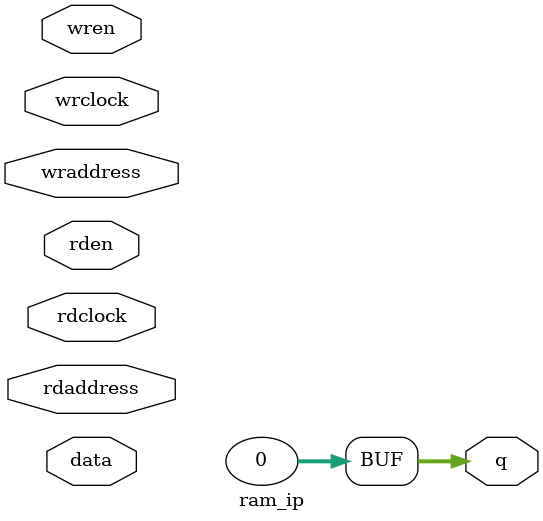
<source format=v>
module ram_ip(	// file.cleaned.mlir:2:3
  input  [31:0] data,	// file.cleaned.mlir:2:24
  input  [9:0]  rdaddress,	// file.cleaned.mlir:2:40
  input         rdclock,	// file.cleaned.mlir:2:61
                rden,	// file.cleaned.mlir:2:79
  input  [9:0]  wraddress,	// file.cleaned.mlir:2:94
  input         wrclock,	// file.cleaned.mlir:2:115
                wren,	// file.cleaned.mlir:2:133
  output [31:0] q	// file.cleaned.mlir:2:149
);

  assign q = 32'h0;	// file.cleaned.mlir:3:15, :4:5
endmodule


</source>
